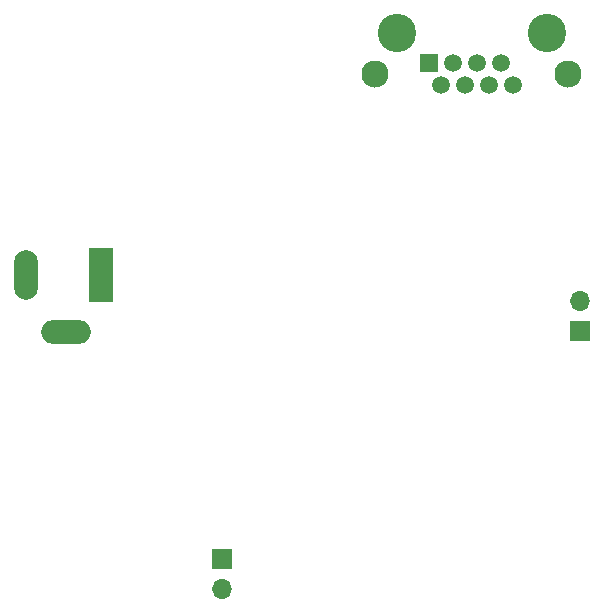
<source format=gbr>
%TF.GenerationSoftware,KiCad,Pcbnew,8.0.0*%
%TF.CreationDate,2024-10-07T21:47:18+03:00*%
%TF.ProjectId,laser_com_v1,6c617365-725f-4636-9f6d-5f76312e6b69,rev?*%
%TF.SameCoordinates,Original*%
%TF.FileFunction,Soldermask,Bot*%
%TF.FilePolarity,Negative*%
%FSLAX46Y46*%
G04 Gerber Fmt 4.6, Leading zero omitted, Abs format (unit mm)*
G04 Created by KiCad (PCBNEW 8.0.0) date 2024-10-07 21:47:18*
%MOMM*%
%LPD*%
G01*
G04 APERTURE LIST*
%ADD10R,1.700000X1.700000*%
%ADD11O,1.700000X1.700000*%
%ADD12C,3.250000*%
%ADD13R,1.500000X1.500000*%
%ADD14C,1.500000*%
%ADD15C,2.300000*%
%ADD16R,2.000000X4.600000*%
%ADD17O,2.000000X4.200000*%
%ADD18O,4.200000X2.000000*%
G04 APERTURE END LIST*
D10*
%TO.C,LD1*%
X113766470Y-96623530D03*
D11*
X113766470Y-94083530D03*
%TD*%
D10*
%TO.C,D4*%
X83512500Y-115937500D03*
D11*
X83512500Y-118477500D03*
%TD*%
D12*
%TO.C,J1*%
X98253375Y-71416625D03*
X110953375Y-71416625D03*
D13*
X101043375Y-73956625D03*
D14*
X102059375Y-75736625D03*
X103075375Y-73956625D03*
X104091375Y-75736625D03*
X105107375Y-73956625D03*
X106123375Y-75736625D03*
X107139375Y-73956625D03*
X108155375Y-75736625D03*
D15*
X96473375Y-74846625D03*
X112733375Y-74846625D03*
%TD*%
D16*
%TO.C,J2*%
X73200000Y-91900000D03*
D17*
X66900000Y-91900000D03*
D18*
X70300000Y-96700000D03*
%TD*%
M02*

</source>
